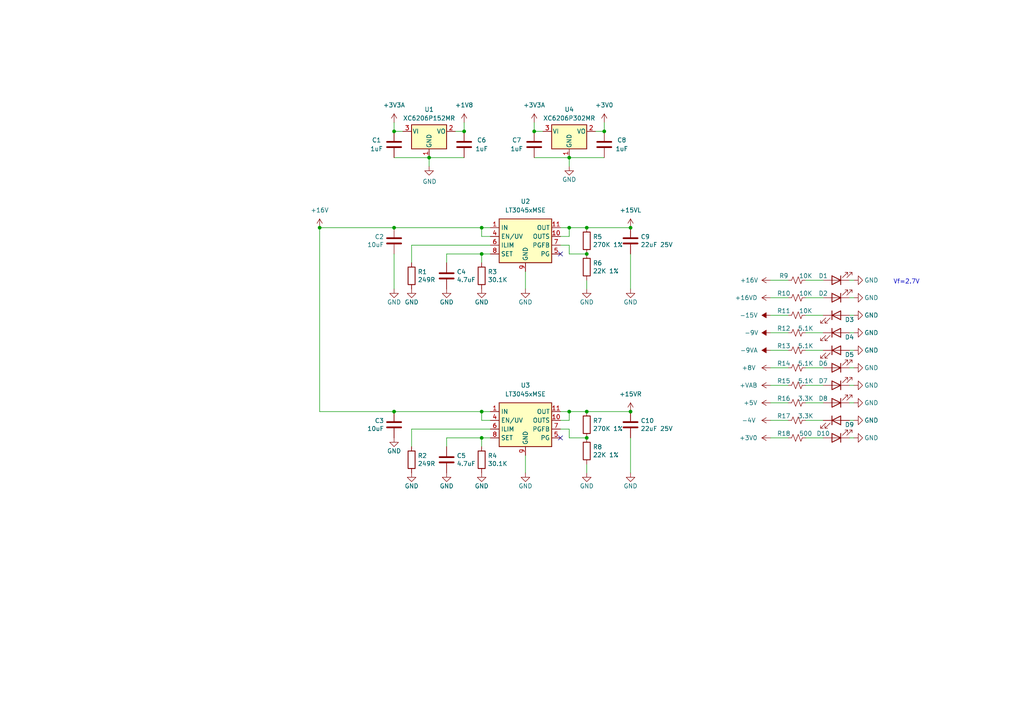
<source format=kicad_sch>
(kicad_sch (version 20231120) (generator "eeschema") (generator_version "8.0")
  (paper "A4")
  (title_block (title "Sitina 1 Mainboard") (date "2023-03-16") (rev "R0.6") (company "Copyright 2023 Wenting Zhang") (comment 2 "MERCHANTABILITY, SATISFACTORY QUALITY AND FITNESS FOR A PARTICULAR PURPOSE.") (comment 3 "This source is distributed WITHOUT ANY EXPRESS OR IMPLIED WARRANTY, INCLUDING OF") (comment 4 "This source describes Open Hardware and is licensed under the CERN-OHL-P v2."))
  (lib_symbols
    (symbol "Device:C" (pin_numbers hide) (pin_names (offset 0.254))
      (property "Reference" "C" (at 0.635 2.54 0))
      (property "Value" "C" (at 0.635 -2.54 0))
      (symbol "C_0_1"
        (polyline (pts (xy -2.032 -0.762) (xy 2.032 -0.762)) (stroke (width 0.508)))
        (polyline (pts (xy -2.032 0.762) (xy 2.032 0.762)) (stroke (width 0.508)))
      )
      (symbol "C_1_1"
        (pin passive line (at 0 3.81 270) (length 2.794) (name "~") (number "1"))
        (pin passive line (at 0 -3.81 90) (length 2.794) (name "~") (number "2"))
      )
    )
    (symbol "Device:LED" (pin_numbers hide) (pin_names (offset 1.016) hide)
      (property "Reference" "D" (at 0 2.54 0))
      (property "Value" "LED" (at 0 -2.54 0))
      (symbol "LED_0_1"
        (polyline (pts (xy -1.27 -1.27) (xy -1.27 1.27)) (stroke (width 0.254)))
        (polyline (pts (xy -1.27 0) (xy 1.27 0)))
        (polyline (pts (xy 1.27 -1.27) (xy 1.27 1.27) (xy -1.27 0) (xy 1.27 -1.27)) (stroke (width 0.254)))
        (polyline (pts (xy -3.048 -0.762) (xy -4.572 -2.286) (xy -3.81 -2.286) (xy -4.572 -2.286) (xy -4.572 -1.524)))
        (polyline (pts (xy -1.778 -0.762) (xy -3.302 -2.286) (xy -2.54 -2.286) (xy -3.302 -2.286) (xy -3.302 -1.524)))
      )
      (symbol "LED_1_1"
        (pin passive line (at -3.81 0 0) (length 2.54) (name "K") (number "1"))
        (pin passive line (at 3.81 0 180) (length 2.54) (name "A") (number "2"))
      )
    )
    (symbol "Device:R" (pin_numbers hide) (pin_names (offset 0))
      (property "Reference" "R" (at 2.032 0 90))
      (property "Value" "R" (at 0 0 90))
      (symbol "R_0_1"
        (rectangle (start -1.016 -2.54) (end 1.016 2.54) (stroke (width 0.254)))
      )
      (symbol "R_1_1"
        (pin passive line (at 0 3.81 270) (length 1.27) (name "~") (number "1"))
        (pin passive line (at 0 -3.81 90) (length 1.27) (name "~") (number "2"))
      )
    )
    (symbol "Device:R_Small_US" (pin_numbers hide) (pin_names (offset 0.254) hide)
      (property "Reference" "R" (at 0.762 0.508 0))
      (property "Value" "R_Small_US" (at 0.762 -1.016 0))
      (symbol "R_Small_US_1_1"
        (polyline (pts (xy 0 0) (xy 1.016 -0.381) (xy 0 -0.762) (xy -1.016 -1.143) (xy 0 -1.524)))
        (polyline (pts (xy 0 1.524) (xy 1.016 1.143) (xy 0 0.762) (xy -1.016 0.381) (xy 0 0)))
        (pin passive line (at 0 2.54 270) (length 1.016) (name "~") (number "1"))
        (pin passive line (at 0 -2.54 90) (length 1.016) (name "~") (number "2"))
      )
    )
    (symbol "Regulator_Linear:LT3045xMSE"
      (property "Reference" "U" (at -6.35 6.35 0))
      (property "Value" "LT3045xMSE" (at 1.27 6.35 0))
      (symbol "LT3045xMSE_0_1"
        (rectangle (start -7.62 5.08) (end 7.62 -7.62) (stroke (width 0.254)) (fill (type background)))
      )
      (symbol "LT3045xMSE_1_1"
        (pin power_in line (at -10.16 2.54 0) (length 2.54) (name "IN") (number "1"))
        (pin input line (at 10.16 0 180) (length 2.54) (name "OUTS") (number "10"))
        (pin power_out line (at 10.16 2.54 180) (length 2.54) (name "OUT") (number "11"))
        (pin passive line (at 10.16 2.54 180) (length 2.54) hide (name "OUT") (number "12"))
        (pin passive line (at 0 -10.16 90) (length 2.54) hide (name "GND") (number "13"))
        (pin passive line (at -10.16 2.54 0) (length 2.54) hide (name "IN") (number "2"))
        (pin passive line (at -10.16 2.54 0) (length 2.54) hide (name "IN") (number "3"))
        (pin input line (at -10.16 0 0) (length 2.54) (name "EN/UV") (number "4"))
        (pin open_collector line (at 10.16 -5.08 180) (length 2.54) (name "PG") (number "5"))
        (pin passive line (at -10.16 -2.54 0) (length 2.54) (name "ILIM") (number "6"))
        (pin input line (at 10.16 -2.54 180) (length 2.54) (name "PGFB") (number "7"))
        (pin passive line (at -10.16 -5.08 0) (length 2.54) (name "SET") (number "8"))
        (pin power_in line (at 0 -10.16 90) (length 2.54) (name "GND") (number "9"))
      )
    )
    (symbol "Regulator_Linear:XC6206PxxxMR" (pin_names (offset 0.254))
      (property "Reference" "U" (at -3.81 3.175 0))
      (property "Value" "XC6206PxxxMR" (at 0 3.175 0))
      (symbol "XC6206PxxxMR_0_1"
        (rectangle (start -5.08 1.905) (end 5.08 -5.08) (stroke (width 0.254)) (fill (type background)))
      )
      (symbol "XC6206PxxxMR_1_1"
        (pin power_in line (at 0 -7.62 90) (length 2.54) (name "GND") (number "1"))
        (pin power_out line (at 7.62 0 180) (length 2.54) (name "VO") (number "2"))
        (pin power_in line (at -7.62 0 0) (length 2.54) (name "VI") (number "3"))
      )
    )
    (symbol "Sitina:-4V" (power) (pin_names (offset 0))
      (property "Value" "-4V" (at 0 3.556 0))
      (symbol "-4V_0_1"
        (polyline (pts (xy -0.762 1.27) (xy 0 2.54)))
        (polyline (pts (xy 0 0) (xy 0 2.54)))
        (polyline (pts (xy 0 2.54) (xy 0.762 1.27)))
      )
      (symbol "-4V_1_1"
        (pin power_in line (at 0 0 90) (length 0) hide (name "-4V") (number "1"))
      )
    )
    (symbol "power:+1V8" (power) (pin_names (offset 0))
      (property "Value" "+1V8" (at 0 3.556 0))
      (symbol "+1V8_0_1"
        (polyline (pts (xy -0.762 1.27) (xy 0 2.54)))
        (polyline (pts (xy 0 0) (xy 0 2.54)))
        (polyline (pts (xy 0 2.54) (xy 0.762 1.27)))
      )
      (symbol "+1V8_1_1"
        (pin power_in line (at 0 0 90) (length 0) hide (name "+1V8") (number "1"))
      )
    )
    (symbol "power:+3V0" (power) (pin_names (offset 0))
      (property "Value" "+3V0" (at 0 3.556 0))
      (symbol "+3V0_0_1"
        (polyline (pts (xy -0.762 1.27) (xy 0 2.54)))
        (polyline (pts (xy 0 0) (xy 0 2.54)))
        (polyline (pts (xy 0 2.54) (xy 0.762 1.27)))
      )
      (symbol "+3V0_1_1"
        (pin power_in line (at 0 0 90) (length 0) hide (name "+3V0") (number "1"))
      )
    )
    (symbol "power:+3V3" (power) (pin_names (offset 0))
      (property "Value" "+3V3" (at 0 3.556 0))
      (symbol "+3V3_0_1"
        (polyline (pts (xy -0.762 1.27) (xy 0 2.54)))
        (polyline (pts (xy 0 0) (xy 0 2.54)))
        (polyline (pts (xy 0 2.54) (xy 0.762 1.27)))
      )
      (symbol "+3V3_1_1"
        (pin power_in line (at 0 0 90) (length 0) hide (name "+3V3") (number "1"))
      )
    )
    (symbol "power:+5V" (power) (pin_names (offset 0))
      (property "Value" "+5V" (at 0 3.556 0))
      (symbol "+5V_0_1"
        (polyline (pts (xy -0.762 1.27) (xy 0 2.54)))
        (polyline (pts (xy 0 0) (xy 0 2.54)))
        (polyline (pts (xy 0 2.54) (xy 0.762 1.27)))
      )
      (symbol "+5V_1_1"
        (pin power_in line (at 0 0 90) (length 0) hide (name "+5V") (number "1"))
      )
    )
    (symbol "power:+8V" (power) (pin_names (offset 0))
      (property "Value" "+8V" (at 0 3.556 0))
      (symbol "+8V_0_1"
        (polyline (pts (xy -0.762 1.27) (xy 0 2.54)))
        (polyline (pts (xy 0 0) (xy 0 2.54)))
        (polyline (pts (xy 0 2.54) (xy 0.762 1.27)))
      )
      (symbol "+8V_1_1"
        (pin power_in line (at 0 0 90) (length 0) hide (name "+8V") (number "1"))
      )
    )
    (symbol "power:-15V" (power) (pin_names (offset 0))
      (property "Value" "-15V" (at 0 3.81 0))
      (symbol "-15V_0_0"
        (pin power_in line (at 0 0 90) (length 0) hide (name "-15V") (number "1"))
      )
      (symbol "-15V_0_1"
        (polyline (pts (xy 0 0) (xy 0 1.27) (xy 0.762 1.27) (xy 0 2.54) (xy -0.762 1.27) (xy 0 1.27)) (fill (type outline)))
      )
    )
    (symbol "power:-9V" (power) (pin_names (offset 0))
      (property "Value" "-9V" (at 0 3.81 0))
      (symbol "-9V_0_1"
        (polyline (pts (xy 0 0) (xy 0 2.54)))
        (polyline (pts (xy 0.762 1.27) (xy -0.762 1.27) (xy 0 2.54) (xy 0.762 1.27)) (fill (type outline)))
      )
      (symbol "-9V_1_1"
        (pin power_in line (at 0 0 90) (length 0) hide (name "-9V") (number "1"))
      )
    )
    (symbol "power:GND" (power) (pin_names (offset 0))
      (property "Value" "GND" (at 0 -3.81 0))
      (symbol "GND_0_1"
        (polyline (pts (xy 0 0) (xy 0 -1.27) (xy 1.27 -1.27) (xy 0 -2.54) (xy -1.27 -1.27) (xy 0 -1.27)))
      )
      (symbol "GND_1_1"
        (pin power_in line (at 0 0 270) (length 0) hide (name "GND") (number "1"))
      )
    )
    (symbol "symbols:+15VL" (power) (pin_names (offset 0))
      (property "Value" "+15VL" (at 0 3.556 0))
      (symbol "+15VL_0_1"
        (polyline (pts (xy -0.762 1.27) (xy 0 2.54)))
        (polyline (pts (xy 0 0) (xy 0 2.54)))
        (polyline (pts (xy 0 2.54) (xy 0.762 1.27)))
      )
      (symbol "+15VL_1_1"
        (pin power_in line (at 0 0 90) (length 0) hide (name "+15VL") (number "1"))
      )
    )
    (symbol "symbols:+15VR" (power) (pin_names (offset 0))
      (property "Value" "+15VR" (at 0 3.556 0))
      (symbol "+15VR_0_1"
        (polyline (pts (xy -0.762 1.27) (xy 0 2.54)))
        (polyline (pts (xy 0 0) (xy 0 2.54)))
        (polyline (pts (xy 0 2.54) (xy 0.762 1.27)))
      )
      (symbol "+15VR_1_1"
        (pin power_in line (at 0 0 90) (length 0) hide (name "+15VR") (number "1"))
      )
    )
    (symbol "symbols:+16V" (power) (pin_names (offset 0))
      (property "Value" "+16V" (at 0 3.556 0))
      (symbol "+16V_0_1"
        (polyline (pts (xy -0.762 1.27) (xy 0 2.54)))
        (polyline (pts (xy 0 0) (xy 0 2.54)))
        (polyline (pts (xy 0 2.54) (xy 0.762 1.27)))
      )
      (symbol "+16V_1_1"
        (pin power_in line (at 0 0 90) (length 0) hide (name "+16V") (number "1"))
      )
    )
  )
  (junction (at 134.62 38.1))
  (junction (at 170.18 73.66))
  (junction (at 114.3 66.04))
  (junction (at 165.1 66.04))
  (junction (at 139.7 119.38))
  (junction (at 182.88 66.04))
  (junction (at 165.1 119.38))
  (junction (at 139.7 127))
  (junction (at 139.7 73.66))
  (junction (at 139.7 66.04))
  (junction (at 114.3 38.1))
  (junction (at 114.3 119.38))
  (junction (at 170.18 127))
  (junction (at 92.71 66.04))
  (junction (at 124.46 45.72))
  (junction (at 165.1 45.72))
  (junction (at 170.18 119.38))
  (junction (at 182.88 119.38))
  (junction (at 175.26 38.1))
  (junction (at 154.94 38.1))
  (junction (at 170.18 66.04))
  (no_connect (at 162.56 73.66))
  (no_connect (at 162.56 127))
  (wire (pts (xy 162.56 119.38) (xy 165.1 119.38)))
  (wire (pts (xy 114.3 66.04) (xy 139.7 66.04)))
  (wire (pts (xy 223.52 111.76) (xy 228.6 111.76)))
  (wire (pts (xy 142.24 121.92) (xy 139.7 121.92)))
  (wire (pts (xy 246.38 96.52) (xy 247.65 96.52)))
  (wire (pts (xy 233.68 111.76) (xy 238.76 111.76)))
  (wire (pts (xy 162.56 68.58) (xy 165.1 68.58)))
  (wire (pts (xy 114.3 83.82) (xy 114.3 73.66)))
  (wire (pts (xy 114.3 38.1) (xy 116.84 38.1)))
  (wire (pts (xy 182.88 83.82) (xy 182.88 73.66)))
  (wire (pts (xy 119.38 76.2) (xy 119.38 71.12)))
  (wire (pts (xy 233.68 106.68) (xy 238.76 106.68)))
  (wire (pts (xy 223.52 106.68) (xy 228.6 106.68)))
  (wire (pts (xy 165.1 124.46) (xy 165.1 127)))
  (wire (pts (xy 170.18 137.16) (xy 170.18 134.62)))
  (wire (pts (xy 233.68 127) (xy 238.76 127)))
  (wire (pts (xy 129.54 73.66) (xy 139.7 73.66)))
  (wire (pts (xy 154.94 38.1) (xy 157.48 38.1)))
  (wire (pts (xy 114.3 119.38) (xy 139.7 119.38)))
  (wire (pts (xy 182.88 137.16) (xy 182.88 127)))
  (wire (pts (xy 246.38 106.68) (xy 247.65 106.68)))
  (wire (pts (xy 139.7 121.92) (xy 139.7 119.38)))
  (wire (pts (xy 233.68 96.52) (xy 238.76 96.52)))
  (wire (pts (xy 139.7 68.58) (xy 139.7 66.04)))
  (wire (pts (xy 233.68 81.28) (xy 238.76 81.28)))
  (wire (pts (xy 92.71 119.38) (xy 114.3 119.38)))
  (wire (pts (xy 165.1 119.38) (xy 170.18 119.38)))
  (wire (pts (xy 233.68 116.84) (xy 238.76 116.84)))
  (wire (pts (xy 223.52 127) (xy 228.6 127)))
  (wire (pts (xy 246.38 127) (xy 247.65 127)))
  (wire (pts (xy 165.1 45.72) (xy 165.1 48.26)))
  (wire (pts (xy 124.46 45.72) (xy 124.46 48.26)))
  (wire (pts (xy 223.52 81.28) (xy 228.6 81.28)))
  (wire (pts (xy 129.54 76.2) (xy 129.54 73.66)))
  (wire (pts (xy 233.68 86.36) (xy 238.76 86.36)))
  (wire (pts (xy 139.7 127) (xy 139.7 129.54)))
  (wire (pts (xy 152.4 83.82) (xy 152.4 78.74)))
  (wire (pts (xy 223.52 121.92) (xy 228.6 121.92)))
  (wire (pts (xy 246.38 101.6) (xy 247.65 101.6)))
  (wire (pts (xy 165.1 66.04) (xy 170.18 66.04)))
  (wire (pts (xy 165.1 68.58) (xy 165.1 66.04)))
  (wire (pts (xy 223.52 91.44) (xy 228.6 91.44)))
  (wire (pts (xy 92.71 66.04) (xy 92.71 119.38)))
  (wire (pts (xy 114.3 45.72) (xy 124.46 45.72)))
  (wire (pts (xy 170.18 119.38) (xy 182.88 119.38)))
  (wire (pts (xy 246.38 81.28) (xy 247.65 81.28)))
  (wire (pts (xy 139.7 127) (xy 142.24 127)))
  (wire (pts (xy 129.54 129.54) (xy 129.54 127)))
  (wire (pts (xy 223.52 116.84) (xy 228.6 116.84)))
  (wire (pts (xy 152.4 137.16) (xy 152.4 132.08)))
  (wire (pts (xy 165.1 121.92) (xy 165.1 119.38)))
  (wire (pts (xy 129.54 127) (xy 139.7 127)))
  (wire (pts (xy 233.68 101.6) (xy 238.76 101.6)))
  (wire (pts (xy 246.38 91.44) (xy 247.65 91.44)))
  (wire (pts (xy 124.46 45.72) (xy 134.62 45.72)))
  (wire (pts (xy 165.1 45.72) (xy 175.26 45.72)))
  (wire (pts (xy 170.18 83.82) (xy 170.18 81.28)))
  (wire (pts (xy 134.62 38.1) (xy 132.08 38.1)))
  (wire (pts (xy 246.38 121.92) (xy 247.65 121.92)))
  (wire (pts (xy 119.38 124.46) (xy 142.24 124.46)))
  (wire (pts (xy 154.94 35.56) (xy 154.94 38.1)))
  (wire (pts (xy 165.1 71.12) (xy 165.1 73.66)))
  (wire (pts (xy 175.26 35.56) (xy 175.26 38.1)))
  (wire (pts (xy 92.71 66.04) (xy 114.3 66.04)))
  (wire (pts (xy 233.68 121.92) (xy 238.76 121.92)))
  (wire (pts (xy 119.38 129.54) (xy 119.38 124.46)))
  (wire (pts (xy 139.7 119.38) (xy 142.24 119.38)))
  (wire (pts (xy 154.94 45.72) (xy 165.1 45.72)))
  (wire (pts (xy 162.56 124.46) (xy 165.1 124.46)))
  (wire (pts (xy 223.52 86.36) (xy 228.6 86.36)))
  (wire (pts (xy 170.18 66.04) (xy 182.88 66.04)))
  (wire (pts (xy 165.1 73.66) (xy 170.18 73.66)))
  (wire (pts (xy 165.1 127) (xy 170.18 127)))
  (wire (pts (xy 233.68 91.44) (xy 238.76 91.44)))
  (wire (pts (xy 134.62 35.56) (xy 134.62 38.1)))
  (wire (pts (xy 139.7 66.04) (xy 142.24 66.04)))
  (wire (pts (xy 114.3 35.56) (xy 114.3 38.1)))
  (wire (pts (xy 142.24 68.58) (xy 139.7 68.58)))
  (wire (pts (xy 119.38 71.12) (xy 142.24 71.12)))
  (wire (pts (xy 162.56 121.92) (xy 165.1 121.92)))
  (wire (pts (xy 175.26 38.1) (xy 172.72 38.1)))
  (wire (pts (xy 246.38 86.36) (xy 247.65 86.36)))
  (wire (pts (xy 139.7 73.66) (xy 142.24 73.66)))
  (wire (pts (xy 162.56 71.12) (xy 165.1 71.12)))
  (wire (pts (xy 246.38 111.76) (xy 247.65 111.76)))
  (wire (pts (xy 246.38 116.84) (xy 247.65 116.84)))
  (wire (pts (xy 223.52 96.52) (xy 228.6 96.52)))
  (wire (pts (xy 139.7 73.66) (xy 139.7 76.2)))
  (wire (pts (xy 223.52 101.6) (xy 228.6 101.6)))
  (wire (pts (xy 162.56 66.04) (xy 165.1 66.04)))
  (text "Vf=2.7V" (at 259.08 82.55 0) (effects (font (size 1.27 1.27)) (justify left bottom)))
  (symbol (lib_id "power:GND") (at 124.46 48.26 0) (unit 1)
    (property "Reference" "#PWR07" (effects (hide yes)))
    (property "Value" "GND" (at 124.587 52.6542 0))
  )
  (symbol (lib_id "power:GND") (at 247.65 111.76 90) (unit 1)
    (property "Reference" "#PWR040" (effects (hide yes)))
    (property "Value" "GND" (at 252.73 111.76 90))
  )
  (symbol (lib_id "symbols:+16V") (at 92.71 66.04 0) (unit 1)
    (property "Reference" "#PWR01" (effects (hide yes)))
    (property "Value" "+16V" (at 92.71 60.96 0))
  )
  (symbol (lib_id "power:-9V") (at 223.52 96.52 90) (unit 1)
    (property "Reference" "#PWR027" (effects (hide yes)))
    (property "Value" "-9V" (at 215.9 96.52 90) (effects (justify right)))
  )
  (symbol (lib_id "Device:R_Small_US") (at 231.14 96.52 270) (unit 1)
    (property "Reference" "R12" (at 227.33 95.25 90))
    (property "Value" "5.1K" (at 233.68 95.25 90))
    (property "Footprint" "Resistor_SMD:R_0402_1005Metric" (effects (hide yes)))
  )
  (symbol (lib_id "Device:R_Small_US") (at 231.14 91.44 270) (unit 1)
    (property "Reference" "R11" (at 227.33 90.17 90))
    (property "Value" "10K" (at 233.68 90.17 90))
    (property "Footprint" "Resistor_SMD:R_0402_1005Metric" (effects (hide yes)))
  )
  (symbol (lib_id "power:+3V0") (at 223.52 127 90) (unit 1)
    (property "Reference" "#PWR033" (effects (hide yes)))
    (property "Value" "+3V0" (at 219.71 127 90) (effects (justify left)))
  )
  (symbol (lib_id "power:GND") (at 114.3 127 0) (unit 1)
    (property "Reference" "#PWR04" (effects (hide yes)))
    (property "Value" "GND" (at 114.3 130.81 0))
  )
  (symbol (lib_id "power:-15V") (at 223.52 91.44 90) (unit 1)
    (property "Reference" "#PWR026" (effects (hide yes)))
    (property "Value" "-15V" (at 217.17 91.44 90))
  )
  (symbol (lib_id "Device:R_Small_US") (at 231.14 111.76 270) (unit 1)
    (property "Reference" "R15" (at 227.33 110.49 90))
    (property "Value" "5.1K" (at 233.68 110.49 90))
    (property "Footprint" "Resistor_SMD:R_0402_1005Metric" (effects (hide yes)))
  )
  (symbol (lib_id "power:GND") (at 247.65 116.84 90) (unit 1)
    (property "Reference" "#PWR041" (effects (hide yes)))
    (property "Value" "GND" (at 252.73 116.84 90))
  )
  (symbol (lib_id "power:GND") (at 119.38 83.82 0) (unit 1)
    (property "Reference" "#PWR05" (effects (hide yes)))
    (property "Value" "GND" (at 119.38 87.63 0))
  )
  (symbol (lib_id "power:+8V") (at 223.52 106.68 90) (unit 1)
    (property "Reference" "#PWR029" (effects (hide yes)))
    (property "Value" "+8V" (at 217.17 106.68 90))
  )
  (symbol (lib_id "Regulator_Linear:XC6206PxxxMR") (at 124.46 38.1 0) (unit 1)
    (property "Reference" "U1" (at 124.46 31.75 0))
    (property "Value" "XC6206P152MR" (at 124.46 34.29 0))
    (property "Footprint" "Package_TO_SOT_SMD:SOT-23-3" (effects (hide yes)))
    (property "Datasheet" "https://www.torexsemi.com/file/xc6206/XC6206.pdf" (effects (hide yes)))
  )
  (symbol (lib_id "power:GND") (at 152.4 137.16 0) (unit 1)
    (property "Reference" "#PWR014" (effects (hide yes)))
    (property "Value" "GND" (at 152.4 140.97 0))
  )
  (symbol (lib_id "symbols:+16V") (at 223.52 111.76 90) (unit 1)
    (property "Reference" "#PWR030" (effects (hide yes)))
    (property "Value" "+VAB" (at 219.71 111.7599 90) (effects (justify left)))
  )
  (symbol (lib_id "Device:C") (at 114.3 123.19 0) (mirror y) (unit 1)
    (property "Reference" "C3" (at 111.379 122.0216 0) (effects (justify left)))
    (property "Value" "10uF" (at 111.379 124.333 0) (effects (justify left)))
    (property "Footprint" "Capacitor_SMD:C_0805_2012Metric" (effects (hide yes)))
  )
  (symbol (lib_id "power:GND") (at 170.18 137.16 0) (mirror y) (unit 1)
    (property "Reference" "#PWR018" (effects (hide yes)))
    (property "Value" "GND" (at 170.18 140.97 0))
  )
  (symbol (lib_id "power:GND") (at 165.1 48.26 0) (mirror y) (unit 1)
    (property "Reference" "#PWR016" (effects (hide yes)))
    (property "Value" "GND" (at 165.1 52.07 0))
  )
  (symbol (lib_id "power:+3V3") (at 154.94 35.56 0) (unit 1)
    (property "Reference" "#PWR015" (effects (hide yes)))
    (property "Value" "+3V3A" (at 154.94 30.48 0))
  )
  (symbol (lib_id "Device:LED") (at 242.57 116.84 180) (unit 1)
    (property "Reference" "D8" (at 238.76 115.57 0))
    (property "Value" "LED" (effects (hide yes)))
    (property "Footprint" "Diode_SMD:D_0603_1608Metric" (effects (hide yes)))
  )
  (symbol (lib_id "Regulator_Linear:LT3045xMSE") (at 152.4 68.58 0) (unit 1)
    (property "Reference" "U2" (at 152.4 58.42 0))
    (property "Value" "LT3045xMSE" (at 152.4 60.96 0))
    (property "Footprint" "Package_SO:MSOP-12-1EP_3x4mm_P0.65mm_EP1.65x2.85mm" (effects (hide yes)))
    (property "Datasheet" "https://www.analog.com/media/en/technical-documentation/data-sheets/3045fa.pdf" (effects (hide yes)))
  )
  (symbol (lib_id "Device:R_Small_US") (at 231.14 127 270) (unit 1)
    (property "Reference" "R18" (at 227.33 125.73 90))
    (property "Value" "500" (at 233.68 125.73 90))
    (property "Footprint" "Resistor_SMD:R_0402_1005Metric" (effects (hide yes)))
  )
  (symbol (lib_id "power:GND") (at 247.65 96.52 90) (unit 1)
    (property "Reference" "#PWR037" (effects (hide yes)))
    (property "Value" "GND" (at 252.73 96.52 90))
  )
  (symbol (lib_id "symbols:+15VR") (at 182.88 119.38 0) (unit 1)
    (property "Reference" "#PWR022" (effects (hide yes)))
    (property "Value" "+15VR" (at 182.88 114.3 0))
  )
  (symbol (lib_id "Device:C") (at 129.54 133.35 0) (unit 1)
    (property "Reference" "C5" (at 132.461 132.1816 0) (effects (justify left)))
    (property "Value" "4.7uF" (at 132.461 134.493 0) (effects (justify left)))
    (property "Footprint" "Capacitor_SMD:C_0402_1005Metric" (effects (hide yes)))
  )
  (symbol (lib_id "Device:LED") (at 242.57 127 180) (unit 1)
    (property "Reference" "D10" (at 238.76 125.73 0))
    (property "Value" "LED" (effects (hide yes)))
    (property "Footprint" "Diode_SMD:D_0603_1608Metric" (effects (hide yes)))
  )
  (symbol (lib_id "Device:R_Small_US") (at 231.14 106.68 270) (unit 1)
    (property "Reference" "R14" (at 227.33 105.41 90))
    (property "Value" "5.1K" (at 233.68 105.41 90))
    (property "Footprint" "Resistor_SMD:R_0402_1005Metric" (effects (hide yes)))
  )
  (symbol (lib_id "Device:LED") (at 242.57 111.76 180) (unit 1)
    (property "Reference" "D7" (at 238.76 110.49 0))
    (property "Value" "LED" (effects (hide yes)))
    (property "Footprint" "Diode_SMD:D_0603_1608Metric" (effects (hide yes)))
  )
  (symbol (lib_id "Device:C") (at 114.3 41.91 0) (mirror y) (unit 1)
    (property "Reference" "C1" (at 109.22 40.64 0))
    (property "Value" "1uF" (at 109.22 43.18 0))
    (property "Footprint" "Capacitor_SMD:C_0402_1005Metric" (effects (hide yes)))
  )
  (symbol (lib_id "Device:R") (at 170.18 130.81 0) (unit 1)
    (property "Reference" "R8" (at 171.958 129.6416 0) (effects (justify left)))
    (property "Value" "22K 1%" (at 171.958 131.953 0) (effects (justify left)))
    (property "Footprint" "Resistor_SMD:R_0402_1005Metric" (effects (hide yes)))
  )
  (symbol (lib_id "power:GND") (at 139.7 137.16 0) (unit 1)
    (property "Reference" "#PWR012" (effects (hide yes)))
    (property "Value" "GND" (at 139.7 140.97 0))
  )
  (symbol (lib_id "Device:C") (at 182.88 69.85 0) (unit 1)
    (property "Reference" "C9" (at 185.801 68.6816 0) (effects (justify left)))
    (property "Value" "22uF 25V" (at 185.801 70.993 0) (effects (justify left)))
    (property "Footprint" "Capacitor_SMD:C_0805_2012Metric" (effects (hide yes)))
  )
  (symbol (lib_id "Device:C") (at 182.88 123.19 0) (unit 1)
    (property "Reference" "C10" (at 185.801 122.0216 0) (effects (justify left)))
    (property "Value" "22uF 25V" (at 185.801 124.333 0) (effects (justify left)))
    (property "Footprint" "Capacitor_SMD:C_0805_2012Metric" (effects (hide yes)))
  )
  (symbol (lib_id "Device:R") (at 170.18 77.47 0) (unit 1)
    (property "Reference" "R6" (at 171.958 76.3016 0) (effects (justify left)))
    (property "Value" "22K 1%" (at 171.958 78.613 0) (effects (justify left)))
    (property "Footprint" "Resistor_SMD:R_0402_1005Metric" (effects (hide yes)))
  )
  (symbol (lib_id "power:GND") (at 247.65 106.68 90) (unit 1)
    (property "Reference" "#PWR039" (effects (hide yes)))
    (property "Value" "GND" (at 252.73 106.68 90))
  )
  (symbol (lib_id "Device:C") (at 129.54 80.01 0) (unit 1)
    (property "Reference" "C4" (at 132.461 78.8416 0) (effects (justify left)))
    (property "Value" "4.7uF" (at 132.461 81.153 0) (effects (justify left)))
    (property "Footprint" "Capacitor_SMD:C_0402_1005Metric" (effects (hide yes)))
  )
  (symbol (lib_id "Device:R") (at 139.7 133.35 0) (unit 1)
    (property "Reference" "R4" (at 141.478 132.1816 0) (effects (justify left)))
    (property "Value" "30.1K" (at 141.478 134.493 0) (effects (justify left)))
    (property "Footprint" "Resistor_SMD:R_0402_1005Metric" (effects (hide yes)))
  )
  (symbol (lib_id "power:-9V") (at 223.52 101.6 90) (unit 1)
    (property "Reference" "#PWR028" (effects (hide yes)))
    (property "Value" "-9VA" (at 214.63 101.6 90) (effects (justify right)))
  )
  (symbol (lib_id "power:+3V0") (at 175.26 35.56 0) (unit 1)
    (property "Reference" "#PWR019" (effects (hide yes)))
    (property "Value" "+3V0" (at 175.26 30.48 0))
  )
  (symbol (lib_id "Device:LED") (at 242.57 81.28 180) (unit 1)
    (property "Reference" "D1" (at 238.76 80.01 0))
    (property "Value" "LED" (effects (hide yes)))
    (property "Footprint" "Diode_SMD:D_0603_1608Metric" (effects (hide yes)))
  )
  (symbol (lib_id "Device:R_Small_US") (at 231.14 81.28 270) (unit 1)
    (property "Reference" "R9" (at 227.33 80.01 90))
    (property "Value" "10K" (at 233.68 80.01 90))
    (property "Footprint" "Resistor_SMD:R_0402_1005Metric" (effects (hide yes)))
  )
  (symbol (lib_id "power:GND") (at 247.65 121.92 90) (unit 1)
    (property "Reference" "#PWR042" (effects (hide yes)))
    (property "Value" "GND" (at 252.73 121.92 90))
  )
  (symbol (lib_id "power:GND") (at 114.3 83.82 0) (unit 1)
    (property "Reference" "#PWR03" (effects (hide yes)))
    (property "Value" "GND" (at 114.3 87.63 0))
  )
  (symbol (lib_id "Device:R_Small_US") (at 231.14 116.84 270) (unit 1)
    (property "Reference" "R16" (at 227.33 115.57 90))
    (property "Value" "3.3K" (at 233.68 115.57 90))
    (property "Footprint" "Resistor_SMD:R_0402_1005Metric" (effects (hide yes)))
  )
  (symbol (lib_id "power:GND") (at 182.88 137.16 0) (mirror y) (unit 1)
    (property "Reference" "#PWR023" (effects (hide yes)))
    (property "Value" "GND" (at 182.88 140.97 0))
  )
  (symbol (lib_id "power:GND") (at 182.88 83.82 0) (mirror y) (unit 1)
    (property "Reference" "#PWR021" (effects (hide yes)))
    (property "Value" "GND" (at 182.88 87.63 0))
  )
  (symbol (lib_id "Device:LED") (at 242.57 96.52 0) (unit 1)
    (property "Reference" "D4" (at 246.38 97.79 0))
    (property "Value" "LED" (effects (hide yes)))
    (property "Footprint" "Diode_SMD:D_0603_1608Metric" (effects (hide yes)))
  )
  (symbol (lib_id "power:GND") (at 247.65 127 90) (unit 1)
    (property "Reference" "#PWR043" (effects (hide yes)))
    (property "Value" "GND" (at 252.73 127 90))
  )
  (symbol (lib_id "symbols:+15VL") (at 182.88 66.04 0) (unit 1)
    (property "Reference" "#PWR020" (effects (hide yes)))
    (property "Value" "+15VL" (at 182.88 60.96 0))
  )
  (symbol (lib_id "Regulator_Linear:XC6206PxxxMR") (at 165.1 38.1 0) (unit 1)
    (property "Reference" "U4" (at 165.1 31.75 0))
    (property "Value" "XC6206P302MR" (at 165.1 34.29 0))
    (property "Footprint" "Package_TO_SOT_SMD:SOT-23-3" (effects (hide yes)))
    (property "Datasheet" "https://www.torexsemi.com/file/xc6206/XC6206.pdf" (effects (hide yes)))
  )
  (symbol (lib_id "Device:LED") (at 242.57 86.36 180) (unit 1)
    (property "Reference" "D2" (at 238.76 85.09 0))
    (property "Value" "LED" (effects (hide yes)))
    (property "Footprint" "Diode_SMD:D_0603_1608Metric" (effects (hide yes)))
  )
  (symbol (lib_id "Device:C") (at 134.62 41.91 0) (unit 1)
    (property "Reference" "C6" (at 139.7 40.64 0))
    (property "Value" "1uF" (at 139.7 43.18 0))
    (property "Footprint" "Capacitor_SMD:C_0402_1005Metric" (effects (hide yes)))
  )
  (symbol (lib_id "symbols:+16V") (at 223.52 81.28 90) (unit 1)
    (property "Reference" "#PWR024" (effects (hide yes)))
    (property "Value" "+16V" (at 214.63 81.28 90) (effects (justify right)))
  )
  (symbol (lib_id "Device:LED") (at 242.57 91.44 0) (unit 1)
    (property "Reference" "D3" (at 246.38 92.71 0))
    (property "Value" "LED" (effects (hide yes)))
    (property "Footprint" "Diode_SMD:D_0603_1608Metric" (effects (hide yes)))
  )
  (symbol (lib_id "power:GND") (at 152.4 83.82 0) (unit 1)
    (property "Reference" "#PWR013" (effects (hide yes)))
    (property "Value" "GND" (at 152.4 87.63 0))
  )
  (symbol (lib_id "power:GND") (at 247.65 86.36 90) (unit 1)
    (property "Reference" "#PWR035" (effects (hide yes)))
    (property "Value" "GND" (at 252.73 86.36 90))
  )
  (symbol (lib_id "power:GND") (at 170.18 83.82 0) (mirror y) (unit 1)
    (property "Reference" "#PWR017" (effects (hide yes)))
    (property "Value" "GND" (at 170.18 87.63 0))
  )
  (symbol (lib_id "Device:LED") (at 242.57 121.92 0) (unit 1)
    (property "Reference" "D9" (at 246.38 123.19 0))
    (property "Value" "LED" (effects (hide yes)))
    (property "Footprint" "Diode_SMD:D_0603_1608Metric" (effects (hide yes)))
  )
  (symbol (lib_id "Device:LED") (at 242.57 106.68 180) (unit 1)
    (property "Reference" "D6" (at 238.76 105.41 0))
    (property "Value" "LED" (effects (hide yes)))
    (property "Footprint" "Diode_SMD:D_0603_1608Metric" (effects (hide yes)))
  )
  (symbol (lib_id "Device:R") (at 119.38 133.35 0) (unit 1)
    (property "Reference" "R2" (at 121.158 132.1816 0) (effects (justify left)))
    (property "Value" "249R" (at 121.158 134.493 0) (effects (justify left)))
    (property "Footprint" "Resistor_SMD:R_0402_1005Metric" (effects (hide yes)))
  )
  (symbol (lib_id "power:GND") (at 119.38 137.16 0) (unit 1)
    (property "Reference" "#PWR06" (effects (hide yes)))
    (property "Value" "GND" (at 119.38 140.97 0))
  )
  (symbol (lib_id "Device:C") (at 154.94 41.91 0) (mirror y) (unit 1)
    (property "Reference" "C7" (at 149.86 40.64 0))
    (property "Value" "1uF" (at 149.86 43.18 0))
    (property "Footprint" "Capacitor_SMD:C_0402_1005Metric" (effects (hide yes)))
  )
  (symbol (lib_id "Device:R") (at 170.18 123.19 0) (unit 1)
    (property "Reference" "R7" (at 171.958 122.0216 0) (effects (justify left)))
    (property "Value" "270K 1%" (at 171.958 124.333 0) (effects (justify left)))
    (property "Footprint" "Resistor_SMD:R_0402_1005Metric" (effects (hide yes)))
  )
  (symbol (lib_id "power:GND") (at 247.65 91.44 90) (unit 1)
    (property "Reference" "#PWR036" (effects (hide yes)))
    (property "Value" "GND" (at 252.73 91.44 90))
  )
  (symbol (lib_id "symbols:+16V") (at 223.52 86.36 90) (unit 1)
    (property "Reference" "#PWR025" (effects (hide yes)))
    (property "Value" "+16VD" (at 219.71 86.3599 90) (effects (justify left)))
  )
  (symbol (lib_id "Sitina:-4V") (at 223.52 121.92 90) (unit 1)
    (property "Reference" "#PWR032" (effects (hide yes)))
    (property "Value" "-4V" (at 217.17 121.92 90))
  )
  (symbol (lib_id "power:GND") (at 129.54 137.16 0) (unit 1)
    (property "Reference" "#PWR09" (effects (hide yes)))
    (property "Value" "GND" (at 129.54 140.97 0))
  )
  (symbol (lib_id "Regulator_Linear:LT3045xMSE") (at 152.4 121.92 0) (unit 1)
    (property "Reference" "U3" (at 152.4 111.76 0))
    (property "Value" "LT3045xMSE" (at 152.4 114.3 0))
    (property "Footprint" "Package_SO:MSOP-12-1EP_3x4mm_P0.65mm_EP1.65x2.85mm" (effects (hide yes)))
    (property "Datasheet" "https://www.analog.com/media/en/technical-documentation/data-sheets/3045fa.pdf" (effects (hide yes)))
  )
  (symbol (lib_id "Device:R_Small_US") (at 231.14 86.36 270) (unit 1)
    (property "Reference" "R10" (at 227.33 85.09 90))
    (property "Value" "10K" (at 233.68 85.09 90))
    (property "Footprint" "Resistor_SMD:R_0402_1005Metric" (effects (hide yes)))
  )
  (symbol (lib_id "Device:C") (at 175.26 41.91 0) (unit 1)
    (property "Reference" "C8" (at 180.34 40.64 0))
    (property "Value" "1uF" (at 180.34 43.18 0))
    (property "Footprint" "Capacitor_SMD:C_0402_1005Metric" (effects (hide yes)))
  )
  (symbol (lib_id "power:+1V8") (at 134.62 35.56 0) (unit 1)
    (property "Reference" "#PWR010" (effects (hide yes)))
    (property "Value" "+1V8" (at 134.62 30.48 0))
  )
  (symbol (lib_id "Device:C") (at 114.3 69.85 0) (mirror y) (unit 1)
    (property "Reference" "C2" (at 111.379 68.6816 0) (effects (justify left)))
    (property "Value" "10uF" (at 111.379 70.993 0) (effects (justify left)))
    (property "Footprint" "Capacitor_SMD:C_0805_2012Metric" (effects (hide yes)))
  )
  (symbol (lib_id "power:GND") (at 139.7 83.82 0) (unit 1)
    (property "Reference" "#PWR011" (effects (hide yes)))
    (property "Value" "GND" (at 139.7 87.63 0))
  )
  (symbol (lib_id "Device:LED") (at 242.57 101.6 0) (unit 1)
    (property "Reference" "D5" (at 246.38 102.87 0))
    (property "Value" "LED" (effects (hide yes)))
    (property "Footprint" "Diode_SMD:D_0603_1608Metric" (effects (hide yes)))
  )
  (symbol (lib_id "Device:R_Small_US") (at 231.14 121.92 270) (unit 1)
    (property "Reference" "R17" (at 227.33 120.65 90))
    (property "Value" "3.3K" (at 233.68 120.65 90))
    (property "Footprint" "Resistor_SMD:R_0402_1005Metric" (effects (hide yes)))
  )
  (symbol (lib_id "Device:R") (at 170.18 69.85 0) (unit 1)
    (property "Reference" "R5" (at 171.958 68.6816 0) (effects (justify left)))
    (property "Value" "270K 1%" (at 171.958 70.993 0) (effects (justify left)))
    (property "Footprint" "Resistor_SMD:R_0402_1005Metric" (effects (hide yes)))
  )
  (symbol (lib_id "Device:R") (at 139.7 80.01 0) (unit 1)
    (property "Reference" "R3" (at 141.478 78.8416 0) (effects (justify left)))
    (property "Value" "30.1K" (at 141.478 81.153 0) (effects (justify left)))
    (property "Footprint" "Resistor_SMD:R_0402_1005Metric" (effects (hide yes)))
  )
  (symbol (lib_id "Device:R_Small_US") (at 231.14 101.6 270) (unit 1)
    (property "Reference" "R13" (at 227.33 100.33 90))
    (property "Value" "5.1K" (at 233.68 100.33 90))
    (property "Footprint" "Resistor_SMD:R_0402_1005Metric" (effects (hide yes)))
  )
  (symbol (lib_id "Device:R") (at 119.38 80.01 0) (unit 1)
    (property "Reference" "R1" (at 121.158 78.8416 0) (effects (justify left)))
    (property "Value" "249R" (at 121.158 81.153 0) (effects (justify left)))
    (property "Footprint" "Resistor_SMD:R_0402_1005Metric" (effects (hide yes)))
  )
  (symbol (lib_id "power:GND") (at 247.65 101.6 90) (unit 1)
    (property "Reference" "#PWR038" (effects (hide yes)))
    (property "Value" "GND" (at 252.73 101.6 90))
  )
  (symbol (lib_id "power:+5V") (at 223.52 116.84 90) (unit 1)
    (property "Reference" "#PWR031" (effects (hide yes)))
    (property "Value" "+5V" (at 219.71 116.84 90) (effects (justify left)))
  )
  (symbol (lib_id "power:GND") (at 129.54 83.82 0) (unit 1)
    (property "Reference" "#PWR08" (effects (hide yes)))
    (property "Value" "GND" (at 129.54 87.63 0))
  )
  (symbol (lib_id "power:+3V3") (at 114.3 35.56 0) (unit 1)
    (property "Reference" "#PWR02" (effects (hide yes)))
    (property "Value" "+3V3A" (at 114.3 30.48 0))
  )
  (symbol (lib_id "power:GND") (at 247.65 81.28 90) (unit 1)
    (property "Reference" "#PWR034" (effects (hide yes)))
    (property "Value" "GND" (at 252.73 81.28 90))
  )
)
</source>
